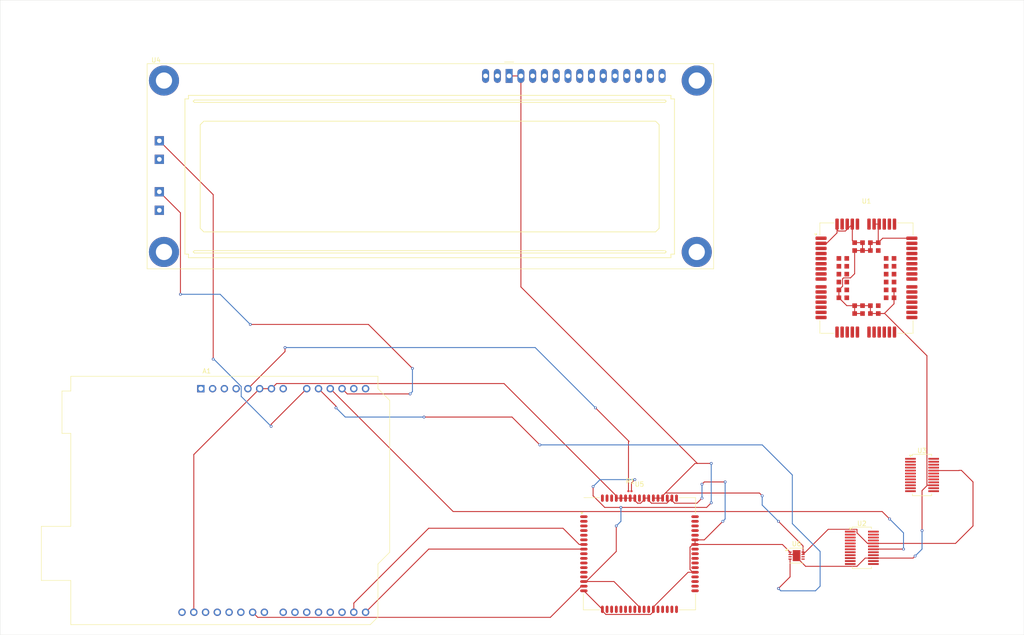
<source format=kicad_pcb>
(kicad_pcb (version 20241229) (generator "pcbnew") (generator_version "9.0")
  (layers (0 "F.Cu" signal) (2 "B.Cu" signal) (13 "F.Paste" user) (15 "B.Paste" user) (5 "F.SilkS" user "F.Silkscreen") (7 "B.SilkS" user "B.Silkscreen") (1 "F.Mask" user) (3 "B.Mask" user) (25 "Edge.Cuts" user))
  (net 0 "")
  (net 4 "Net-(A1-+5V)")
  (net 7 "Net-(A1-A2)")
  (net 8 "GND")
  (net 15 "Net-(A1-D0{slash}RX)")
  (net 18 "Net-(A1-A0)")
  (net 20 "Net-(A1-A1)")
  (net 25 "Net-(A1-A3)")
  (net 26 "Net-(A1-D9)")
  (net 27 "Net-(A1-D1{slash}TX)")
  (net 29 "VCC")
  (footprint "Module:Arduino_UNO_R2" (layer "F.Cu") (at 69.325 110.87)
    (property "Reference" "A1" (at 1.27 -3.81 180) (layer "F.SilkS"))
    (property "Value" "Arduino_UNO_R2")
    (pad "1" thru_hole rect (at 0 0 90) (size 1.6 1.6) (drill 1) (layers "*.Cu" "*.Mask"))
    (pad "2" thru_hole oval (at 2.54 0 90) (size 1.6 1.6) (drill 1) (layers "*.Cu" "*.Mask"))
    (pad "3" thru_hole oval (at 5.08 0 90) (size 1.6 1.6) (drill 1) (layers "*.Cu" "*.Mask"))
    (pad "4" thru_hole oval (at 7.62 0 90) (size 1.6 1.6) (drill 1) (layers "*.Cu" "*.Mask"))
    (pad "5" thru_hole oval (at 10.16 0 90) (size 1.6 1.6) (drill 1) (layers "*.Cu" "*.Mask") (net 4 "Net-(A1-+5V)"))
    (pad "6" thru_hole oval (at 12.7 0 90) (size 1.6 1.6) (drill 1) (layers "*.Cu" "*.Mask") (net 8 "GND"))
    (pad "7" thru_hole oval (at 15.24 0 90) (size 1.6 1.6) (drill 1) (layers "*.Cu" "*.Mask") (net 8 "GND"))
    (pad "8" thru_hole oval (at 17.78 0 90) (size 1.6 1.6) (drill 1) (layers "*.Cu" "*.Mask"))
    (pad "9" thru_hole oval (at 22.86 0 90) (size 1.6 1.6) (drill 1) (layers "*.Cu" "*.Mask") (net 18 "Net-(A1-A0)"))
    (pad "10" thru_hole oval (at 25.4 0 90) (size 1.6 1.6) (drill 1) (layers "*.Cu" "*.Mask") (net 20 "Net-(A1-A1)"))
    (pad "11" thru_hole oval (at 27.94 0 90) (size 1.6 1.6) (drill 1) (layers "*.Cu" "*.Mask") (net 7 "Net-(A1-A2)"))
    (pad "12" thru_hole oval (at 30.48 0 90) (size 1.6 1.6) (drill 1) (layers "*.Cu" "*.Mask") (net 25 "Net-(A1-A3)"))
    (pad "13" thru_hole oval (at 33.02 0 90) (size 1.6 1.6) (drill 1) (layers "*.Cu" "*.Mask"))
    (pad "14" thru_hole oval (at 35.56 0 90) (size 1.6 1.6) (drill 1) (layers "*.Cu" "*.Mask"))
    (pad "15" thru_hole oval (at 35.56 48.26 90) (size 1.6 1.6) (drill 1) (layers "*.Cu" "*.Mask") (net 15 "Net-(A1-D0{slash}RX)"))
    (pad "16" thru_hole oval (at 33.02 48.26 90) (size 1.6 1.6) (drill 1) (layers "*.Cu" "*.Mask") (net 27 "Net-(A1-D1{slash}TX)"))
    (pad "17" thru_hole oval (at 30.48 48.26 90) (size 1.6 1.6) (drill 1) (layers "*.Cu" "*.Mask"))
    (pad "18" thru_hole oval (at 27.94 48.26 90) (size 1.6 1.6) (drill 1) (layers "*.Cu" "*.Mask"))
    (pad "19" thru_hole oval (at 25.4 48.26 90) (size 1.6 1.6) (drill 1) (layers "*.Cu" "*.Mask"))
    (pad "20" thru_hole oval (at 22.86 48.26 90) (size 1.6 1.6) (drill 1) (layers "*.Cu" "*.Mask"))
    (pad "21" thru_hole oval (at 20.32 48.26 90) (size 1.6 1.6) (drill 1) (layers "*.Cu" "*.Mask"))
    (pad "22" thru_hole oval (at 17.78 48.26 90) (size 1.6 1.6) (drill 1) (layers "*.Cu" "*.Mask"))
    (pad "23" thru_hole oval (at 13.72 48.26 90) (size 1.6 1.6) (drill 1) (layers "*.Cu" "*.Mask"))
    (pad "24" thru_hole oval (at 11.18 48.26 90) (size 1.6 1.6) (drill 1) (layers "*.Cu" "*.Mask") (net 26 "Net-(A1-D9)"))
    (pad "25" thru_hole oval (at 8.64 48.26 90) (size 1.6 1.6) (drill 1) (layers "*.Cu" "*.Mask"))
    (pad "26" thru_hole oval (at 6.1 48.26 90) (size 1.6 1.6) (drill 1) (layers "*.Cu" "*.Mask"))
    (pad "27" thru_hole oval (at 3.56 48.26 90) (size 1.6 1.6) (drill 1) (layers "*.Cu" "*.Mask"))
    (pad "28" thru_hole oval (at 1.02 48.26 90) (size 1.6 1.6) (drill 1) (layers "*.Cu" "*.Mask"))
    (pad "29" thru_hole oval (at -1.52 48.26 90) (size 1.6 1.6) (drill 1) (layers "*.Cu" "*.Mask") (net 8 "GND"))
    (pad "30" thru_hole oval (at -4.06 48.26 90) (size 1.6 1.6) (drill 1) (layers "*.Cu" "*.Mask"))
  )
  (footprint "Display:LCD-016N002L" (layer "F.Cu") (at 135.87 43.3625)
    (property "Reference" "U4" (at -76.21 -3.41 180) (layer "F.SilkS"))
    (property "Value" "LCD-016N002L")
    (pad "" thru_hole circle (at -74.5 1 180) (size 6.5 6.5) (drill 3.5) (layers "*.Cu" "*.Mask"))
    (pad "" thru_hole circle (at -74.5 38 180) (size 6.5 6.5) (drill 3.5) (layers "*.Cu" "*.Mask"))
    (pad "" thru_hole circle (at 40.5 1 180) (size 6.5 6.5) (drill 3.5) (layers "*.Cu" "*.Mask"))
    (pad "" thru_hole circle (at 40.5 38 180) (size 6.5 6.5) (drill 3.5) (layers "*.Cu" "*.Mask"))
    (pad "1" thru_hole rect (at 0 0 180) (size 1.5 3) (drill 1) (layers "*.Cu" "*.Mask") (net 29 "VCC"))
    (pad "2" thru_hole oval (at 2.54 0 180) (size 1.5 3) (drill 1) (layers "*.Cu" "*.Mask") (net 29 "VCC"))
    (pad "3" thru_hole oval (at 5.08 0 180) (size 1.5 3) (drill 1) (layers "*.Cu" "*.Mask"))
    (pad "4" thru_hole oval (at 7.62 0 180) (size 1.5 3) (drill 1) (layers "*.Cu" "*.Mask"))
    (pad "5" thru_hole oval (at 10.16 0 180) (size 1.5 3) (drill 1) (layers "*.Cu" "*.Mask"))
    (pad "6" thru_hole oval (at 12.7 0 180) (size 1.5 3) (drill 1) (layers "*.Cu" "*.Mask"))
    (pad "7" thru_hole oval (at 15.24 0 180) (size 1.5 3) (drill 1) (layers "*.Cu" "*.Mask"))
    (pad "8" thru_hole oval (at 17.78 0 180) (size 1.5 3) (drill 1) (layers "*.Cu" "*.Mask"))
    (pad "9" thru_hole oval (at 20.32 0 180) (size 1.5 3) (drill 1) (layers "*.Cu" "*.Mask"))
    (pad "10" thru_hole oval (at 22.86 0 180) (size 1.5 3) (drill 1) (layers "*.Cu" "*.Mask"))
    (pad "11" thru_hole oval (at 25.4 0 180) (size 1.5 3) (drill 1) (layers "*.Cu" "*.Mask"))
    (pad "12" thru_hole oval (at 27.94 0 180) (size 1.5 3) (drill 1) (layers "*.Cu" "*.Mask"))
    (pad "13" thru_hole oval (at 30.48 0 180) (size 1.5 3) (drill 1) (layers "*.Cu" "*.Mask"))
    (pad "14" thru_hole oval (at 33.02 0 180) (size 1.5 3) (drill 1) (layers "*.Cu" "*.Mask"))
    (pad "15" thru_hole oval (at -2.54 0 180) (size 1.5 3) (drill 1) (layers "*.Cu" "*.Mask"))
    (pad "16" thru_hole oval (at -5.08 0 180) (size 1.5 3) (drill 1) (layers "*.Cu" "*.Mask"))
    (pad "A1" thru_hole rect (at -75.5 14 180) (size 2 2) (drill 1) (layers "*.Cu" "*.Mask") (net 18 "Net-(A1-A0)"))
    (pad "A2" thru_hole rect (at -75.5 25 180) (size 2 2) (drill 1) (layers "*.Cu" "*.Mask") (net 25 "Net-(A1-A3)"))
    (pad "K1" thru_hole rect (at -75.5 18 180) (size 2 2) (drill 1) (layers "*.Cu" "*.Mask"))
    (pad "K2" thru_hole rect (at -75.5 29 180) (size 2 2) (drill 1) (layers "*.Cu" "*.Mask"))
  )
  (footprint "Resistor_SMD:R_0201_0603Metric" (layer "F.Cu") (at 161.95 133)
    (property "Reference" "R1" (at 0.05 -2.1575 0) (layer "F.SilkS"))
    (property "Value" "R")
    (pad "1" smd roundrect (at -0.32 0) (size 0.46 0.4) (layers "F.Cu" "F.Mask") (net 4 "Net-(A1-+5V)"))
    (pad "2" smd roundrect (at 0.32 0) (size 0.46 0.4) (layers "F.Cu" "F.Mask") (net 29 "VCC"))
  )
  (footprint "Sensor_Current:Allegro_QSOP-24_3.9x8.7mm_P0.635mm" (layer "F.Cu") (at 225 129.5)
    (property "Reference" "U3" (at 0 -5.25 0) (layer "F.SilkS"))
    (property "Value" "ACS709xLFTR-6BB")
    (pad "1" smd rect (at -2.5 -3.4925) (size 2.3 0.4) (layers "F.Cu" "F.Mask" "F.Paste"))
    (pad "2" smd rect (at -2.5 -2.8575) (size 2.3 0.4) (layers "F.Cu" "F.Mask" "F.Paste"))
    (pad "3" smd rect (at -2.5 -2.2225) (size 2.3 0.4) (layers "F.Cu" "F.Mask" "F.Paste"))
    (pad "4" smd rect (at -2.5 -1.5875) (size 2.3 0.4) (layers "F.Cu" "F.Mask" "F.Paste"))
    (pad "5" smd rect (at -2.5 -0.9525) (size 2.3 0.4) (layers "F.Cu" "F.Mask" "F.Paste"))
    (pad "6" smd rect (at -2.5 -0.3175) (size 2.3 0.4) (layers "F.Cu" "F.Mask" "F.Paste"))
    (pad "7" smd rect (at -2.5 0.3175) (size 2.3 0.4) (layers "F.Cu" "F.Mask" "F.Paste"))
    (pad "8" smd rect (at -2.5 0.9525) (size 2.3 0.4) (layers "F.Cu" "F.Mask" "F.Paste"))
    (pad "9" smd rect (at -2.5 1.5875) (size 2.3 0.4) (layers "F.Cu" "F.Mask" "F.Paste"))
    (pad "10" smd rect (at -2.5 2.2225) (size 2.3 0.4) (layers "F.Cu" "F.Mask" "F.Paste"))
    (pad "11" smd rect (at -2.5 2.8575) (size 2.3 0.4) (layers "F.Cu" "F.Mask" "F.Paste"))
    (pad "12" smd rect (at -2.5 3.4925) (size 2.3 0.4) (layers "F.Cu" "F.Mask" "F.Paste"))
    (pad "13" smd rect (at 2.5 3.4925) (size 2.3 0.4) (layers "F.Cu" "F.Mask" "F.Paste"))
    (pad "14" smd rect (at 2.5 2.8575) (size 2.3 0.4) (layers "F.Cu" "F.Mask" "F.Paste"))
    (pad "15" smd rect (at 2.5 2.2225) (size 2.3 0.4) (layers "F.Cu" "F.Mask" "F.Paste") (net 8 "GND"))
    (pad "16" smd rect (at 2.5 1.5875) (size 2.3 0.4) (layers "F.Cu" "F.Mask" "F.Paste"))
    (pad "17" smd rect (at 2.5 0.9525) (size 2.3 0.4) (layers "F.Cu" "F.Mask" "F.Paste"))
    (pad "18" smd rect (at 2.5 0.3175) (size 2.3 0.4) (layers "F.Cu" "F.Mask" "F.Paste"))
    (pad "19" smd rect (at 2.5 -0.3175) (size 2.3 0.4) (layers "F.Cu" "F.Mask" "F.Paste"))
    (pad "20" smd rect (at 2.5 -0.9525) (size 2.3 0.4) (layers "F.Cu" "F.Mask" "F.Paste") (net 29 "VCC"))
    (pad "21" smd rect (at 2.5 -1.5875) (size 2.3 0.4) (layers "F.Cu" "F.Mask" "F.Paste"))
    (pad "22" smd rect (at 2.5 -2.2225) (size 2.3 0.4) (layers "F.Cu" "F.Mask" "F.Paste"))
    (pad "23" smd rect (at 2.5 -2.8575) (size 2.3 0.4) (layers "F.Cu" "F.Mask" "F.Paste"))
    (pad "24" smd rect (at 2.5 -3.4925) (size 2.3 0.4) (layers "F.Cu" "F.Mask" "F.Paste"))
  )
  (footprint "RF_GSM:SIMCom_SIM900" (layer "F.Cu") (at 164 146.5)
    (property "Reference" "U5" (at 0 -15 0) (layer "F.SilkS"))
    (property "Value" "SIM900")
    (pad "1" smd oval (at -12 -8) (size 1.6 0.6) (layers "F.Cu" "F.Mask" "F.Paste"))
    (pad "2" smd oval (at -12 -7) (size 1.6 0.6) (layers "F.Cu" "F.Mask" "F.Paste"))
    (pad "3" smd oval (at -12 -6) (size 1.6 0.6) (layers "F.Cu" "F.Mask" "F.Paste"))
    (pad "4" smd oval (at -12 -5) (size 1.6 0.6) (layers "F.Cu" "F.Mask" "F.Paste"))
    (pad "5" smd oval (at -12 -4) (size 1.6 0.6) (layers "F.Cu" "F.Mask" "F.Paste"))
    (pad "6" smd oval (at -12 -3) (size 1.6 0.6) (layers "F.Cu" "F.Mask" "F.Paste"))
    (pad "7" smd oval (at -12 -2) (size 1.6 0.6) (layers "F.Cu" "F.Mask" "F.Paste") (net 27 "Net-(A1-D1{slash}TX)"))
    (pad "8" smd oval (at -12 -1) (size 1.6 0.6) (layers "F.Cu" "F.Mask" "F.Paste") (net 15 "Net-(A1-D0{slash}RX)"))
    (pad "9" smd oval (at -12 0) (size 1.6 0.6) (layers "F.Cu" "F.Mask" "F.Paste"))
    (pad "10" smd oval (at -12 1) (size 1.6 0.6) (layers "F.Cu" "F.Mask" "F.Paste"))
    (pad "11" smd oval (at -12 2) (size 1.6 0.6) (layers "F.Cu" "F.Mask" "F.Paste"))
    (pad "12" smd oval (at -12 3) (size 1.6 0.6) (layers "F.Cu" "F.Mask" "F.Paste"))
    (pad "13" smd oval (at -12 4) (size 1.6 0.6) (layers "F.Cu" "F.Mask" "F.Paste"))
    (pad "14" smd oval (at -12 5) (size 1.6 0.6) (layers "F.Cu" "F.Mask" "F.Paste"))
    (pad "15" smd oval (at -12 6) (size 1.6 0.6) (layers "F.Cu" "F.Mask" "F.Paste") (net 29 "VCC"))
    (pad "16" smd oval (at -12 7) (size 1.6 0.6) (layers "F.Cu" "F.Mask" "F.Paste") (net 26 "Net-(A1-D9)"))
    (pad "17" smd oval (at -12 8) (size 1.6 0.6) (layers "F.Cu" "F.Mask" "F.Paste") (net 8 "GND"))
    (pad "18" smd oval (at -8 12) (size 0.6 1.6) (layers "F.Cu" "F.Mask" "F.Paste") (net 8 "GND"))
    (pad "19" smd oval (at -7 12) (size 0.6 1.6) (layers "F.Cu" "F.Mask" "F.Paste"))
    (pad "20" smd oval (at -6 12) (size 0.6 1.6) (layers "F.Cu" "F.Mask" "F.Paste"))
    (pad "21" smd oval (at -5 12) (size 0.6 1.6) (layers "F.Cu" "F.Mask" "F.Paste"))
    (pad "22" smd oval (at -4 12) (size 0.6 1.6) (layers "F.Cu" "F.Mask" "F.Paste"))
    (pad "23" smd oval (at -3 12) (size 0.6 1.6) (layers "F.Cu" "F.Mask" "F.Paste"))
    (pad "24" smd oval (at -2 12) (size 0.6 1.6) (layers "F.Cu" "F.Mask" "F.Paste"))
    (pad "25" smd oval (at -1 12) (size 0.6 1.6) (layers "F.Cu" "F.Mask" "F.Paste"))
    (pad "26" smd oval (at 0 12) (size 0.6 1.6) (layers "F.Cu" "F.Mask" "F.Paste") (net 29 "VCC"))
    (pad "27" smd oval (at 1 12) (size 0.6 1.6) (layers "F.Cu" "F.Mask" "F.Paste"))
    (pad "28" smd oval (at 2 12) (size 0.6 1.6) (layers "F.Cu" "F.Mask" "F.Paste"))
    (pad "29" smd oval (at 3 12) (size 0.6 1.6) (layers "F.Cu" "F.Mask" "F.Paste") (net 8 "GND"))
    (pad "30" smd oval (at 4 12) (size 0.6 1.6) (layers "F.Cu" "F.Mask" "F.Paste"))
    (pad "31" smd oval (at 5 12) (size 0.6 1.6) (layers "F.Cu" "F.Mask" "F.Paste"))
    (pad "32" smd oval (at 6 12) (size 0.6 1.6) (layers "F.Cu" "F.Mask" "F.Paste"))
    (pad "33" smd oval (at 7 12) (size 0.6 1.6) (layers "F.Cu" "F.Mask" "F.Paste"))
    (pad "34" smd oval (at 8 12) (size 0.6 1.6) (layers "F.Cu" "F.Mask" "F.Paste"))
    (pad "35" smd oval (at 12 8) (size 1.6 0.6) (layers "F.Cu" "F.Mask" "F.Paste"))
    (pad "36" smd oval (at 12 7) (size 1.6 0.6) (layers "F.Cu" "F.Mask" "F.Paste"))
    (pad "37" smd oval (at 12 6) (size 1.6 0.6) (layers "F.Cu" "F.Mask" "F.Paste"))
    (pad "38" smd oval (at 12 5) (size 1.6 0.6) (layers "F.Cu" "F.Mask" "F.Paste"))
    (pad "39" smd oval (at 12 4) (size 1.6 0.6) (layers "F.Cu" "F.Mask" "F.Paste") (net 8 "GND"))
    (pad "40" smd oval (at 12 3) (size 1.6 0.6) (layers "F.Cu" "F.Mask" "F.Paste"))
    (pad "41" smd oval (at 12 2) (size 1.6 0.6) (layers "F.Cu" "F.Mask" "F.Paste"))
    (pad "42" smd oval (at 12 1) (size 1.6 0.6) (layers "F.Cu" "F.Mask" "F.Paste"))
    (pad "43" smd oval (at 12 0) (size 1.6 0.6) (layers "F.Cu" "F.Mask" "F.Paste"))
    (pad "44" smd oval (at 12 -1) (size 1.6 0.6) (layers "F.Cu" "F.Mask" "F.Paste"))
    (pad "45" smd oval (at 12 -2) (size 1.6 0.6) (layers "F.Cu" "F.Mask" "F.Paste") (net 8 "GND"))
    (pad "46" smd oval (at 12 -3) (size 1.6 0.6) (layers "F.Cu" "F.Mask" "F.Paste") (net 8 "GND"))
    (pad "47" smd oval (at 12 -4) (size 1.6 0.6) (layers "F.Cu" "F.Mask" "F.Paste"))
    (pad "48" smd oval (at 12 -5) (size 1.6 0.6) (layers "F.Cu" "F.Mask" "F.Paste"))
    (pad "49" smd oval (at 12 -6) (size 1.6 0.6) (layers "F.Cu" "F.Mask" "F.Paste"))
    (pad "50" smd oval (at 12 -7) (size 1.6 0.6) (layers "F.Cu" "F.Mask" "F.Paste"))
    (pad "51" smd oval (at 12 -8) (size 1.6 0.6) (layers "F.Cu" "F.Mask" "F.Paste"))
    (pad "52" smd oval (at 8 -12) (size 0.6 1.6) (layers "F.Cu" "F.Mask" "F.Paste"))
    (pad "53" smd oval (at 7 -12) (size 0.6 1.6) (layers "F.Cu" "F.Mask" "F.Paste") (net 8 "GND"))
    (pad "54" smd oval (at 6 -12) (size 0.6 1.6) (layers "F.Cu" "F.Mask" "F.Paste") (net 8 "GND"))
    (pad "55" smd oval (at 5 -12) (size 0.6 1.6) (layers "F.Cu" "F.Mask" "F.Paste") (net 29 "VCC"))
    (pad "56" smd oval (at 4 -12) (size 0.6 1.6) (layers "F.Cu" "F.Mask" "F.Paste") (net 29 "VCC"))
    (pad "57" smd oval (at 3 -12) (size 0.6 1.6) (layers "F.Cu" "F.Mask" "F.Paste") (net 29 "VCC"))
    (pad "58" smd oval (at 2 -12) (size 0.6 1.6) (layers "F.Cu" "F.Mask" "F.Paste") (net 8 "GND"))
    (pad "59" smd oval (at 1 -12) (size 0.6 1.6) (layers "F.Cu" "F.Mask" "F.Paste") (net 8 "GND"))
    (pad "60" smd oval (at 0 -12) (size 0.6 1.6) (layers "F.Cu" "F.Mask" "F.Paste"))
    (pad "61" smd oval (at -1 -12) (size 0.6 1.6) (layers "F.Cu" "F.Mask" "F.Paste") (net 8 "GND"))
    (pad "62" smd oval (at -2 -12) (size 0.6 1.6) (layers "F.Cu" "F.Mask" "F.Paste") (net 8 "GND"))
    (pad "63" smd oval (at -3 -12) (size 0.6 1.6) (layers "F.Cu" "F.Mask" "F.Paste") (net 8 "GND"))
    (pad "64" smd oval (at -4 -12) (size 0.6 1.6) (layers "F.Cu" "F.Mask" "F.Paste") (net 8 "GND"))
    (pad "65" smd oval (at -5 -12) (size 0.6 1.6) (layers "F.Cu" "F.Mask" "F.Paste") (net 8 "GND"))
    (pad "66" smd oval (at -6 -12) (size 0.6 1.6) (layers "F.Cu" "F.Mask" "F.Paste"))
    (pad "67" smd oval (at -7 -12) (size 0.6 1.6) (layers "F.Cu" "F.Mask" "F.Paste"))
    (pad "68" smd oval (at -8 -12) (size 0.6 1.6) (layers "F.Cu" "F.Mask" "F.Paste"))
  )
  (footprint "Package_DFN_QFN:DFN-8-1EP_3x3mm_P0.5mm_EP1.66x2.38mm" (layer "F.Cu") (at 197.915 146.905)
    (property "Reference" "U6" (at 0 -2.55 0) (layer "F.SilkS"))
    (property "Value" "LT3092xDD")
    (pad "1" smd rect (at -1.4 -0.75) (size 0.7 0.25) (layers "F.Cu" "F.Mask" "F.Paste") (net 8 "GND"))
    (pad "2" smd rect (at -1.4 -0.25) (size 0.7 0.25) (layers "F.Cu" "F.Mask" "F.Paste") (net 8 "GND"))
    (pad "3" smd rect (at -1.4 0.25) (size 0.7 0.25) (layers "F.Cu" "F.Mask" "F.Paste"))
    (pad "4" smd rect (at -1.4 0.75) (size 0.7 0.25) (layers "F.Cu" "F.Mask" "F.Paste") (net 20 "Net-(A1-A1)"))
    (pad "5" smd rect (at 1.4 0.75) (size 0.7 0.25) (layers "F.Cu" "F.Mask" "F.Paste"))
    (pad "6" smd rect (at 1.4 0.25) (size 0.7 0.25) (layers "F.Cu" "F.Mask" "F.Paste"))
    (pad "7" smd rect (at 1.4 -0.25) (size 0.7 0.25) (layers "F.Cu" "F.Mask" "F.Paste") (net 29 "VCC"))
    (pad "8" smd rect (at 1.4 -0.75) (size 0.7 0.25) (layers "F.Cu" "F.Mask" "F.Paste") (net 29 "VCC"))
    (pad "9" smd rect (at 0 0) (size 1.66 2.38) (layers "F.Cu" "F.Mask") (net 8 "GND"))
  )
  (footprint "Sensor_Current:Allegro_QSOP-24_3.9x8.7mm_P0.635mm" (layer "F.Cu") (at 212 145.2225)
    (property "Reference" "U2" (at 0 -5.25 0) (layer "F.SilkS"))
    (property "Value" "ACS709xLFTR-6BB")
    (pad "1" smd rect (at -2.5 -3.4925) (size 2.3 0.4) (layers "F.Cu" "F.Mask" "F.Paste"))
    (pad "2" smd rect (at -2.5 -2.8575) (size 2.3 0.4) (layers "F.Cu" "F.Mask" "F.Paste"))
    (pad "3" smd rect (at -2.5 -2.2225) (size 2.3 0.4) (layers "F.Cu" "F.Mask" "F.Paste"))
    (pad "4" smd rect (at -2.5 -1.5875) (size 2.3 0.4) (layers "F.Cu" "F.Mask" "F.Paste"))
    (pad "5" smd rect (at -2.5 -0.9525) (size 2.3 0.4) (layers "F.Cu" "F.Mask" "F.Paste"))
    (pad "6" smd rect (at -2.5 -0.3175) (size 2.3 0.4) (layers "F.Cu" "F.Mask" "F.Paste"))
    (pad "7" smd rect (at -2.5 0.3175) (size 2.3 0.4) (layers "F.Cu" "F.Mask" "F.Paste"))
    (pad "8" smd rect (at -2.5 0.9525) (size 2.3 0.4) (layers "F.Cu" "F.Mask" "F.Paste"))
    (pad "9" smd rect (at -2.5 1.5875) (size 2.3 0.4) (layers "F.Cu" "F.Mask" "F.Paste"))
    (pad "10" smd rect (at -2.5 2.2225) (size 2.3 0.4) (layers "F.Cu" "F.Mask" "F.Paste"))
    (pad "11" smd rect (at -2.5 2.8575) (size 2.3 0.4) (layers "F.Cu" "F.Mask" "F.Paste"))
    (pad "12" smd rect (at -2.5 3.4925) (size 2.3 0.4) (layers "F.Cu" "F.Mask" "F.Paste"))
    (pad "13" smd rect (at 2.5 3.4925) (size 2.3 0.4) (layers "F.Cu" "F.Mask" "F.Paste"))
    (pad "14" smd rect (at 2.5 2.8575) (size 2.3 0.4) (layers "F.Cu" "F.Mask" "F.Paste"))
    (pad "15" smd rect (at 2.5 2.2225) (size 2.3 0.4) (layers "F.Cu" "F.Mask" "F.Paste") (net 8 "GND"))
    (pad "16" smd rect (at 2.5 1.5875) (size 2.3 0.4) (layers "F.Cu" "F.Mask" "F.Paste"))
    (pad "17" smd rect (at 2.5 0.9525) (size 2.3 0.4) (layers "F.Cu" "F.Mask" "F.Paste"))
    (pad "18" smd rect (at 2.5 0.3175) (size 2.3 0.4) (layers "F.Cu" "F.Mask" "F.Paste") (net 7 "Net-(A1-A2)"))
    (pad "19" smd rect (at 2.5 -0.3175) (size 2.3 0.4) (layers "F.Cu" "F.Mask" "F.Paste"))
    (pad "20" smd rect (at 2.5 -0.9525) (size 2.3 0.4) (layers "F.Cu" "F.Mask" "F.Paste") (net 29 "VCC"))
    (pad "21" smd rect (at 2.5 -1.5875) (size 2.3 0.4) (layers "F.Cu" "F.Mask" "F.Paste"))
    (pad "22" smd rect (at 2.5 -2.2225) (size 2.3 0.4) (layers "F.Cu" "F.Mask" "F.Paste"))
    (pad "23" smd rect (at 2.5 -2.8575) (size 2.3 0.4) (layers "F.Cu" "F.Mask" "F.Paste"))
    (pad "24" smd rect (at 2.5 -3.4925) (size 2.3 0.4) (layers "F.Cu" "F.Mask" "F.Paste"))
  )
  (footprint "RF_GSM:Quectel_BC95" (layer "F.Cu") (at 213 87)
    (property "Reference" "U1" (at 0 -16.6 0) (layer "F.SilkS"))
    (property "Value" "BC95")
    (pad "1" smd roundrect (at -9.8 -8.6) (size 2.4 0.75) (layers "F.Cu" "F.Mask"))
    (pad "2" smd roundrect (at -9.8 -7.5) (size 2.4 0.75) (layers "F.Cu" "F.Mask") (net 8 "GND"))
    (pad "3" smd roundrect (at -9.8 -6.4) (size 2.4 0.75) (layers "F.Cu" "F.Mask"))
    (pad "4" smd roundrect (at -9.8 -5.3) (size 2.4 0.75) (layers "F.Cu" "F.Mask"))
    (pad "5" smd roundrect (at -9.8 -4.2) (size 2.4 0.75) (layers "F.Cu" "F.Mask"))
    (pad "6" smd roundrect (at -9.8 -3.1) (size 2.4 0.75) (layers "F.Cu" "F.Mask"))
    (pad "7" smd roundrect (at -9.8 -2) (size 2.4 0.75) (layers "F.Cu" "F.Mask"))
    (pad "8" smd roundrect (at -9.8 -0.9) (size 2.4 0.75) (layers "F.Cu" "F.Mask"))
    (pad "9" smd roundrect (at -9.8 0.2) (size 2.4 0.75) (layers "F.Cu" "F.Mask"))
    (pad "10" smd roundrect (at -9.8 1.9) (size 2.4 0.75) (layers "F.Cu" "F.Mask"))
    (pad "11" smd roundrect (at -9.8 3) (size 2.4 0.75) (layers "F.Cu" "F.Mask"))
    (pad "12" smd roundrect (at -9.8 4.1) (size 2.4 0.75) (layers "F.Cu" "F.Mask"))
    (pad "13" smd roundrect (at -9.8 5.2) (size 2.4 0.75) (layers "F.Cu" "F.Mask"))
    (pad "14" smd roundrect (at -9.8 6.3) (size 2.4 0.75) (layers "F.Cu" "F.Mask"))
    (pad "15" smd roundrect (at -9.8 7.4) (size 2.4 0.75) (layers "F.Cu" "F.Mask"))
    (pad "16" smd roundrect (at -9.8 8.5) (size 2.4 0.75) (layers "F.Cu" "F.Mask"))
    (pad "17" smd roundrect (at -6.35 11.65) (size 0.75 2.4) (layers "F.Cu" "F.Mask"))
    (pad "18" smd roundrect (at -5.25 11.65) (size 0.75 2.4) (layers "F.Cu" "F.Mask"))
    (pad "19" smd roundrect (at -4.15 11.65) (size 0.75 2.4) (layers "F.Cu" "F.Mask"))
    (pad "20" smd roundrect (at -3.05 11.65) (size 0.75 2.4) (layers "F.Cu" "F.Mask"))
    (pad "21" smd roundrect (at -1.95 11.65) (size 0.75 2.4) (layers "F.Cu" "F.Mask"))
    (pad "22" smd roundrect (at 0.55 11.65) (size 0.75 2.4) (layers "F.Cu" "F.Mask"))
    (pad "23" smd roundrect (at 1.65 11.65) (size 0.75 2.4) (layers "F.Cu" "F.Mask"))
    (pad "24" smd roundrect (at 2.75 11.65) (size 0.75 2.4) (layers "F.Cu" "F.Mask"))
    (pad "25" smd roundrect (at 3.85 11.65) (size 0.75 2.4) (layers "F.Cu" "F.Mask"))
    (pad "26" smd roundrect (at 4.95 11.65) (size 0.75 2.4) (layers "F.Cu" "F.Mask"))
    (pad "27" smd roundrect (at 6.05 11.65) (size 0.75 2.4) (layers "F.Cu" "F.Mask"))
    (pad "28" smd roundrect (at 9.8 8.5) (size 2.4 0.75) (layers "F.Cu" "F.Mask"))
    (pad "29" smd roundrect (at 9.8 7.4) (size 2.4 0.75) (layers "F.Cu" "F.Mask"))
    (pad "30" smd roundrect (at 9.8 6.3) (size 2.4 0.75) (layers "F.Cu" "F.Mask"))
    (pad "31" smd roundrect (at 9.8 5.2) (size 2.4 0.75) (layers "F.Cu" "F.Mask"))
    (pad "32" smd roundrect (at 9.8 4.1) (size 2.4 0.75) (layers "F.Cu" "F.Mask"))
    (pad "33" smd roundrect (at 9.8 3) (size 2.4 0.75) (layers "F.Cu" "F.Mask"))
    (pad "34" smd roundrect (at 9.8 1.9) (size 2.4 0.75) (layers "F.Cu" "F.Mask"))
    (pad "35" smd roundrect (at 9.8 0.2) (size 2.4 0.75) (layers "F.Cu" "F.Mask"))
    (pad "36" smd roundrect (at 9.8 -0.9) (size 2.4 0.75) (layers "F.Cu" "F.Mask"))
    (pad "37" smd roundrect (at 9.8 -2) (size 2.4 0.75) (layers "F.Cu" "F.Mask"))
    (pad "38" smd roundrect (at 9.8 -3.1) (size 2.4 0.75) (layers "F.Cu" "F.Mask"))
    (pad "39" smd roundrect (at 9.8 -4.2) (size 2.4 0.75) (layers "F.Cu" "F.Mask"))
    (pad "40" smd roundrect (at 9.8 -5.3) (size 2.4 0.75) (layers "F.Cu" "F.Mask"))
    (pad "41" smd roundrect (at 9.8 -6.4) (size 2.4 0.75) (layers "F.Cu" "F.Mask"))
    (pad "42" smd roundrect (at 9.8 -7.5) (size 2.4 0.75) (layers "F.Cu" "F.Mask"))
    (pad "43" smd roundrect (at 9.8 -8.6) (size 2.4 0.75) (layers "F.Cu" "F.Mask") (net 8 "GND"))
    (pad "44" smd roundrect (at 6.05 -11.65) (size 0.75 2.4) (layers "F.Cu" "F.Mask"))
    (pad "45" smd roundrect (at 4.95 -11.65) (size 0.75 2.4) (layers "F.Cu" "F.Mask"))
    (pad "46" smd roundrect (at 3.85 -11.65) (size 0.75 2.4) (layers "F.Cu" "F.Mask"))
    (pad "47" smd roundrect (at 2.75 -11.65) (size 0.75 2.4) (layers "F.Cu" "F.Mask") (net 8 "GND"))
    (pad "48" smd roundrect (at 1.65 -11.65) (size 0.75 2.4) (layers "F.Cu" "F.Mask") (net 8 "GND"))
    (pad "49" smd roundrect (at 0.55 -11.65) (size 0.75 2.4) (layers "F.Cu" "F.Mask"))
    (pad "50" smd roundrect (at -1.95 -11.65) (size 0.75 2.4) (layers "F.Cu" "F.Mask"))
    (pad "51" smd roundrect (at -3.05 -11.65) (size 0.75 2.4) (layers "F.Cu" "F.Mask") (net 8 "GND"))
    (pad "52" smd roundrect (at -4.15 -11.65) (size 0.75 2.4) (layers "F.Cu" "F.Mask") (net 8 "GND"))
    (pad "53" smd roundrect (at -5.25 -11.65) (size 0.75 2.4) (layers "F.Cu" "F.Mask"))
    (pad "54" smd roundrect (at -6.35 -11.65) (size 0.75 2.4) (layers "F.Cu" "F.Mask") (net 8 "GND"))
    (pad "55" smd rect (at -5.95 -4.25) (size 1 1) (layers "F.Cu" "F.Mask"))
    (pad "56" smd rect (at -5.95 -2.55) (size 1 1) (layers "F.Cu" "F.Mask"))
    (pad "57" smd rect (at -5.95 -0.85) (size 1 1) (layers "F.Cu" "F.Mask"))
    (pad "58" smd rect (at -5.95 0.85) (size 1 1) (layers "F.Cu" "F.Mask"))
    (pad "59" smd rect (at -5.95 2.55) (size 1 1) (layers "F.Cu" "F.Mask") (net 8 "GND"))
    (pad "60" smd rect (at -5.95 4.25) (size 1 1) (layers "F.Cu" "F.Mask") (net 8 "GND"))
    (pad "61" smd rect (at -2.55 7.65) (size 1 1) (layers "F.Cu" "F.Mask") (net 8 "GND"))
    (pad "62" smd rect (at -0.85 7.65) (size 1 1) (layers "F.Cu" "F.Mask") (net 8 "GND"))
    (pad "63" smd rect (at 0.85 7.65) (size 1 1) (layers "F.Cu" "F.Mask") (net 8 "GND"))
    (pad "64" smd rect (at 2.55 7.65) (size 1 1) (layers "F.Cu" "F.Mask") (net 8 "GND"))
    (pad "65" smd rect (at 5.95 4.25) (size 1 1) (layers "F.Cu" "F.Mask") (net 8 "GND"))
    (pad "66" smd rect (at 5.95 2.55) (size 1 1) (layers "F.Cu" "F.Mask") (net 8 "GND"))
    (pad "67" smd rect (at 5.95 0.85) (size 1 1) (layers "F.Cu" "F.Mask"))
    (pad "68" smd rect (at 5.95 -0.85) (size 1 1) (layers "F.Cu" "F.Mask"))
    (pad "69" smd rect (at 5.95 -2.55) (size 1 1) (layers "F.Cu" "F.Mask"))
    (pad "70" smd rect (at 5.95 -4.25) (size 1 1) (layers "F.Cu" "F.Mask"))
    (pad "71" smd rect (at 2.55 -7.65) (size 1 1) (layers "F.Cu" "F.Mask") (net 8 "GND"))
    (pad "72" smd rect (at 0.85 -7.65) (size 1 1) (layers "F.Cu" "F.Mask") (net 8 "GND"))
    (pad "73" smd rect (at -0.85 -7.65) (size 1 1) (layers "F.Cu" "F.Mask") (net 8 "GND"))
    (pad "74" smd rect (at -2.55 -7.65) (size 1 1) (layers "F.Cu" "F.Mask") (net 8 "GND"))
    (pad "75" smd rect (at -4.25 -4.25) (size 1 1) (layers "F.Cu" "F.Mask"))
    (pad "76" smd rect (at -4.25 -2.55) (size 1 1) (layers "F.Cu" "F.Mask"))
    (pad "77" smd rect (at -4.25 -0.85) (size 1 1) (layers "F.Cu" "F.Mask"))
    (pad "78" smd rect (at -4.25 0.85) (size 1 1) (layers "F.Cu" "F.Mask"))
    (pad "79" smd rect (at -4.25 2.55) (size 1 1) (layers "F.Cu" "F.Mask"))
    (pad "80" smd rect (at -4.25 4.25) (size 1 1) (layers "F.Cu" "F.Mask"))
    (pad "81" smd rect (at -2.55 5.95) (size 1 1) (layers "F.Cu" "F.Mask") (net 8 "GND"))
    (pad "82" smd rect (at -0.85 5.95) (size 1 1) (layers "F.Cu" "F.Mask") (net 8 "GND"))
    (pad "83" smd rect (at 0.85 5.95) (size 1 1) (layers "F.Cu" "F.Mask") (net 8 "GND"))
    (pad "84" smd rect (at 2.55 5.95) (size 1 1) (layers "F.Cu" "F.Mask"))
    (pad "85" smd rect (at 4.25 4.25) (size 1 1) (layers "F.Cu" "F.Mask"))
    (pad "86" smd rect (at 4.25 2.55) (size 1 1) (layers "F.Cu" "F.Mask"))
    (pad "87" smd rect (at 4.25 0.85) (size 1 1) (layers "F.Cu" "F.Mask"))
    (pad "88" smd rect (at 4.25 -0.85) (size 1 1) (layers "F.Cu" "F.Mask"))
    (pad "89" smd rect (at 4.25 -2.55) (size 1 1) (layers "F.Cu" "F.Mask"))
    (pad "90" smd rect (at 4.25 -4.25) (size 1 1) (layers "F.Cu" "F.Mask"))
    (pad "91" smd rect (at 2.55 -5.95) (size 1 1) (layers "F.Cu" "F.Mask"))
    (pad "92" smd rect (at 0.85 -5.95) (size 1 1) (layers "F.Cu" "F.Mask") (net 8 "GND"))
    (pad "93" smd rect (at -0.85 -5.95) (size 1 1) (layers "F.Cu" "F.Mask") (net 8 "GND"))
    (pad "94" smd rect (at -2.55 -5.95) (size 1 1) (layers "F.Cu" "F.Mask") (net 8 "GND"))
  )
  (gr_rect (start 26 27) (end 247 164) (stroke (width 0.05)) (fill no) (layer "Edge.Cuts"))
  (segment (start 79.485 110.87) (end 87.5 102.855) (width 0.2) (layer "F.Cu") (net 4))
  (segment (start 161.63 122.372116) (end 161.751058 122.251058) (width 0.2) (layer "F.Cu") (net 4))
  (segment (start 154.5 115) (end 161.751058 122.251058) (width 0.2) (layer "F.Cu") (net 4))
  (segment (start 87.5 102.855) (end 87.5 102) (width 0.2) (layer "F.Cu") (net 4))
  (segment (start 161.63 133) (end 161.63 122.372116) (width 0.2) (layer "F.Cu") (net 4))
  (via (at 87.5 102) (size 0.6) (drill 0.3) (layers "F.Cu" "B.Cu") (net 4))
  (via (at 154.5 115) (size 0.6) (drill 0.3) (layers "F.Cu" "B.Cu") (net 4))
  (segment (start 141.5 102) (end 154.5 115) (width 0.2) (layer "B.Cu") (net 4))
  (segment (start 87.5 102) (end 141.5 102) (width 0.2) (layer "B.Cu") (net 4))
  (segment (start 123.789185 137.394185) (end 97.265 110.87) (width 0.2) (layer "F.Cu") (net 7))
  (segment (start 214.5 145.54) (end 214.54 145.5) (width 0.2) (layer "F.Cu") (net 7))
  (segment (start 218 139) (end 216.394185 137.394185) (width 0.2) (layer "F.Cu") (net 7))
  (segment (start 216.394185 137.394185) (end 123.789185 137.394185) (width 0.2) (layer "F.Cu") (net 7))
  (segment (start 214.54 145.5) (end 221 145.5) (width 0.2) (layer "F.Cu") (net 7))
  (via (at 221 145.5) (size 0.6) (drill 0.3) (layers "F.Cu" "B.Cu") (net 7))
  (via (at 218 139) (size 0.6) (drill 0.3) (layers "F.Cu" "B.Cu") (net 7))
  (segment (start 221 142) (end 218 139) (width 0.2) (layer "B.Cu") (net 7))
  (segment (start 221 145.5) (end 221 142) (width 0.2) (layer "B.Cu") (net 7))
  (segment (start 152 154.5) (end 156 158.5) (width 0.2) (layer "F.Cu") (net 8))
  (segment (start 226.15 131.7225) (end 227.5 131.7225) (width 0.2) (layer "F.Cu") (net 8))
  (segment (start 82.025 110.87) (end 84.565 110.87) (width 0.2) (layer "F.Cu") (net 8))
  (segment (start 194.86 144.5) (end 176 144.5) (width 0.2) (layer "F.Cu") (net 8))
  (segment (start 216.85 94.65) (end 216.94604 94.65) (width 0.2) (layer "F.Cu") (net 8))
  (segment (start 174.5 150.5) (end 167 158) (width 0.2) (layer "F.Cu") (net 8))
  (segment (start 169.899 135.601) (end 166.601 135.601) (width 0.2) (layer "F.Cu") (net 8))
  (segment (start 196.515 146.155) (end 194.86 144.5) (width 0.2) (layer "F.Cu") (net 8))
  (segment (start 215.55 79.35) (end 215.55 75.55) (width 0.2) (layer "F.Cu") (net 8))
  (segment (start 214.65 75.35) (end 215.75 75.35) (width 0.2) (layer "F.Cu") (net 8))
  (segment (start 212.15 79.35) (end 212.15 81.05) (width 0.2) (layer "F.Cu") (net 8))
  (segment (start 207.05 91.25) (end 207.05 89.55) (width 0.2) (layer "F.Cu") (net 8))
  (segment (start 134.769 109.769) (end 159 134) (width 0.2) (layer "F.Cu") (net 8))
  (segment (start 206.65 75.35) (end 206.65 77.25) (width 0.2) (layer "F.Cu") (net 8))
  (segment (start 225 141.5) (end 225 132.8725) (width 0.2) (layer "F.Cu") (net 8))
  (segment (start 176 143.5) (end 178 143.5) (width 0.2) (layer "F.Cu") (net 8))
  (segment (start 171 134.5) (end 169.899 135.601) (width 0.2) (layer "F.Cu") (net 8))
  (segment (start 216.5 78.4) (end 222.8 78.4) (width 0.2) (layer "F.Cu") (net 8))
  (segment (start 216.94604 94.65) (end 226.049 103.75296) (width 0.2) (layer "F.Cu") (net 8))
  (segment (start 210.45 92.95) (end 208.75 92.95) (width 0.2) (layer "F.Cu") (net 8))
  (segment (start 216.85 94.65) (end 218.95 92.55) (width 0.2) (layer "F.Cu") (net 8))
  (segment (start 156 158.849942) (end 156.751058 159.601) (width 0.2) (layer "F.Cu") (net 8))
  (segment (start 212.15 81.05) (end 213.85 81.05) (width 0.2) (layer "F.Cu") (net 8))
  (segment (start 177.5 134.5) (end 176.399 135.601) (width 0.2) (layer "F.Cu") (net 8))
  (segment (start 213.85 92.95) (end 213.85 94.65) (width 0.2) (layer "F.Cu") (net 8))
  (segment (start 197.665 146.655) (end 197.915 146.905) (width 0.2) (layer "F.Cu") (net 8))
  (segment (start 163 135) (end 163 134.5) (width 0.2) (layer "F.Cu") (net 8))
  (segment (start 84.565 110.87) (end 85.666 109.769) (width 0.2) (layer "F.Cu") (net 8))
  (segment (start 226.049 131.6215) (end 226.15 131.7225) (width 0.2) (layer "F.Cu") (net 8))
  (segment (start 208.049 86.951) (end 209.551 86.951) (width 0.2) (layer "F.Cu") (net 8))
  (segment (start 165 134.5) (end 165 134.849942) (width 0.2) (layer "F.Cu") (net 8))
  (segment (start 204.4 79.5) (end 203.2 79.5) (width 0.2) (layer "F.Cu") (net 8))
  (segment (start 223.055 147.445) (end 223.5 147) (width 0.2) (layer "F.Cu") (net 8))
  (segment (start 182.5 131) (end 178 131) (width 0.2) (layer "F.Cu") (net 8))
  (segment (start 176 150.5) (end 174.5 150.5) (width 0.2) (layer "F.Cu") (net 8))
  (segment (start 207.851 87.149) (end 208.049 86.951) (width 0.2) (layer "F.Cu") (net 8))
  (segment (start 226.049 103.75296) (end 226.049 131.6215) (width 0.2) (layer "F.Cu") (net 8))
  (segment (start 159 134.5) (end 160 134.5) (width 0.2) (layer "F.Cu") (net 8))
  (segment (start 209.551 86.951) (end 210.45 86.052) (width 0.2) (layer "F.Cu") (net 8))
  (segment (start 166.399 159.601) (end 167 159) (width 0.2) (layer "F.Cu") (net 8))
  (segment (start 175.5 150.5) (end 174.919 149.919) (width 0.2) (layer "F.Cu") (net 8))
  (segment (start 210.45 94.65) (end 212.15 94.65) (width 0.2) (layer "F.Cu") (net 8))
  (segment (start 163.601 135.601) (end 163 135) (width 0.2) (layer "F.Cu") (net 8))
  (segment (start 176 143.5) (end 176 144.5) (width 0.2) (layer "F.Cu") (net 8))
  (segment (start 85.666 109.769) (end 134.769 109.769) (width 0.2) (layer "F.Cu") (net 8))
  (segment (start 165 134.849942) (end 164.248942 135.601) (width 0.2) (layer "F.Cu") (net 8))
  (segment (start 209.95 75.35) (end 208.449 76.851) (width 0.2) (layer "F.Cu") (net 8))
  (segment (start 67.805 159.13) (end 67.805 125.09) (width 0.2) (layer "F.Cu") (net 8))
  (segment (start 178 143.5) (end 182 139.5) (width 0.2) (layer "F.Cu") (net 8))
  (segment (start 210.45 92.95) (end 210.45 94.65) (width 0.2) (layer "F.Cu") (net 8))
  (segment (start 210.951 149.216) (end 199.866 149.216) (width 0.2) (layer "F.Cu") (net 8))
  (segment (start 178 131) (end 177.5 131.5) (width 0.2) (layer "F.Cu") (net 8))
  (segment (start 156.751058 159.601) (end 166.399 159.601) (width 0.2) (layer "F.Cu") (net 8))
  (segment (start 176.399 135.601) (end 171.601 135.601) (width 0.2) (layer "F.Cu") (net 8))
  (segment (start 174.919 145.081) (end 175.5 144.5) (width 0.2) (layer "F.Cu") (net 8))
  (segment (start 196.515 146.155) (end 196.515 146.655) (width 0.2) (layer "F.Cu") (net 8))
  (segment (start 174.919 149.919) (end 174.919 145.081) (width 0.2) (layer "F.Cu") (net 8))
  (segment (start 175.5 144.5) (end 176 144.5) (width 0.2) (layer "F.Cu") (net 8))
  (segment (start 215.55 94.65) (end 216.85 94.65) (width 0.2) (layer "F.Cu") (net 8))
  (segment (start 206.951 76.851) (end 206.65 76.55) (width 0.2) (layer "F.Cu") (net 8))
  (segment (start 206.65 76.55) (end 206.65 75.35) (width 0.2) (layer "F.Cu") (net 8))
  (segment (start 156 158.5) (end 156 158.849942) (width 0.2) (layer "F.Cu") (net 8))
  (segment (start 215.55 79.35) (end 216.5 78.4) (width 0.2) (layer "F.Cu") (net 8))
  (segment (start 209.95 78.85) (end 209.95 75.35) (width 0.2) (layer "F.Cu") (net 8))
  (segment (start 225 132.8725) (end 226.15 131.7225) (width 0.2) (layer "F.Cu") (net 8))
  (segment (start 206.65 77.25) (end 204.4 79.5) (width 0.2) (layer "F.Cu") (net 8))
  (segment (start 214.5 147.445) (end 223.055 147.445) (width 0.2) (layer "F.Cu") (net 8))
  (segment (start 212.722 147.445) (end 210.951 149.216) (width 0.2) (layer "F.Cu") (net 8))
  (segment (start 166 135) (end 166 134.5) (width 0.2) (layer "F.Cu") (net 8))
  (segment (start 171 135) (end 171 134.5) (width 0.2) (layer "F.Cu") (net 8))
  (segment (start 199.866 149.216) (end 197.915 147.265) (width 0.2) (layer "F.Cu") (net 8))
  (segment (start 166.601 135.601) (end 166 135) (width 0.2) (layer "F.Cu") (net 8))
  (segment (start 162 134.5) (end 163 134.5) (width 0.2) (layer "F.Cu") (net 8))
  (segment (start 171.601 135.601) (end 171 135) (width 0.2) (layer "F.Cu") (net 8))
  (segment (start 196.515 146.655) (end 197.665 146.655) (width 0.2) (layer "F.Cu") (net 8))
  (segment (start 212.15 92.95) (end 213.85 92.95) (width 0.2) (layer "F.Cu") (net 8))
  (segment (start 161.97113 134.6585) (end 161.95 134.63737) (width 0.2) (layer "F.Cu") (net 8))
  (segment (start 207.05 89.55) (end 207.851 88.749) (width 0.2) (layer "F.Cu") (net 8))
  (segment (start 161 134.5) (end 162 134.5) (width 0.2) (layer "F.Cu") (net 8))
  (segment (start 210.45 81.05) (end 212.15 81.05) (width 0.2) (layer "F.Cu") (net 8))
  (segment (start 159 134) (end 159 134.5) (width 0.2) (layer "F.Cu") (net 8))
  (segment (start 214.5 147.445) (end 212.722 147.445) (width 0.2) (layer "F.Cu") (net 8))
  (segment (start 215.55 75.55) (end 215.75 75.35) (width 0.2) (layer "F.Cu") (net 8))
  (segment (start 210.45 92.95) (end 212.15 92.95) (width 0.2) (layer "F.Cu") (net 8))
  (segment (start 210.45 86.052) (end 210.45 81.05) (width 0.2) (layer "F.Cu") (net 8))
  (segment (start 164.248942 135.601) (end 163.601 135.601) (width 0.2) (layer "F.Cu") (net 8))
  (segment (start 207.851 88.749) (end 207.851 87.149) (width 0.2) (layer "F.Cu") (net 8))
  (segment (start 213.85 79.35) (end 213.85 81.05) (width 0.2) (layer "F.Cu") (net 8))
  (segment (start 208.449 76.851) (end 206.951 76.851) (width 0.2) (layer "F.Cu") (net 8))
  (segment (start 167 158) (end 167 158.5) (width 0.2) (layer "F.Cu") (net 8))
  (segment (start 213.85 79.35) (end 215.55 79.35) (width 0.2) (layer "F.Cu") (net 8))
  (segment (start 218.95 92.55) (end 218.95 91.25) (width 0.2) (layer "F.Cu") (net 8))
  (segment (start 212.15 79.35) (end 210.45 79.35) (width 0.2) (layer "F.Cu") (net 8))
  (segment (start 197.915 147.265) (end 197.915 146.905) (width 0.2) (layer "F.Cu") (net 8))
  (segment (start 210.45 79.35) (end 209.95 78.85) (width 0.2) (layer "F.Cu") (net 8))
  (segment (start 176 150.5) (end 175.5 150.5) (width 0.2) (layer "F.Cu") (net 8))
  (segment (start 160 134.5) (end 161 134.5) (width 0.2) (layer "F.Cu") (net 8))
  (segment (start 218.95 91.25) (end 218.95 89.55) (width 0.2) (layer "F.Cu") (net 8))
  (segment (start 67.805 125.09) (end 82.025 110.87) (width 0.2) (layer "F.Cu") (net 8))
  (segment (start 208.75 92.95) (end 207.05 91.25) (width 0.2) (layer "F.Cu") (net 8))
  (segment (start 166 134.5) (end 165 134.5) (width 0.2) (layer "F.Cu") (net 8))
  (segment (start 167 159) (end 167 158.5) (width 0.2) (layer "F.Cu") (net 8))
  (segment (start 213.85 94.65) (end 215.55 94.65) (width 0.2) (layer "F.Cu") (net 8))
  (via (at 225 141.5) (size 0.6) (drill 0.3) (layers "F.Cu" "B.Cu") (net 8))
  (via (at 223.5 147) (size 0.6) (drill 0.3) (layers "F.Cu" "B.Cu") (net 8))
  (via (at 177.5 131.5) (size 0.6) (drill 0.3) (layers "F.Cu" "B.Cu") (net 8))
  (via (at 177.5 134.5) (size 0.6) (drill 0.3) (layers "F.Cu" "B.Cu") (net 8))
  (via (at 182 139.5) (size 0.6) (drill 0.3) (layers "F.Cu" "B.Cu") (net 8))
  (via (at 182.5 131) (size 0.6) (drill 0.3) (layers "F.Cu" "B.Cu") (net 8))
  (segment (start 225 145.5) (end 225 141.5) (width 0.2) (layer "B.Cu") (net 8))
  (segment (start 182.5 133.5) (end 182.5 131) (width 0.2) (layer "B.Cu") (net 8))
  (segment (start 182.5 139) (end 182.5 133.5) (width 0.2) (layer "B.Cu") (net 8))
  (segment (start 182 139.5) (end 182.5 139) (width 0.2) (layer "B.Cu") (net 8))
  (segment (start 223.5 147) (end 225 145.5) (width 0.2) (layer "B.Cu") (net 8))
  (segment (start 177.5 131.5) (end 177.5 134.5) (width 0.2) (layer "B.Cu") (net 8))
  (segment (start 118.515 145.5) (end 104.885 159.13) (width 0.2) (layer "F.Cu") (net 15))
  (segment (start 152 145.5) (end 118.515 145.5) (width 0.2) (layer "F.Cu") (net 15))
  (segment (start 84.5 119) (end 84.5 118.555) (width 0.2) (layer "F.Cu") (net 18))
  (segment (start 72 68.9925) (end 72 104.5) (width 0.2) (layer "F.Cu") (net 18))
  (segment (start 60.37 57.3625) (end 72 68.9925) (width 0.2) (layer "F.Cu") (net 18))
  (segment (start 84.5 118.555) (end 92.185 110.87) (width 0.2) (layer "F.Cu") (net 18))
  (via (at 84.5 119) (size 0.6) (drill 0.3) (layers "F.Cu" "B.Cu") (net 18))
  (via (at 72 104.5) (size 0.6) (drill 0.3) (layers "F.Cu" "B.Cu") (net 18))
  (segment (start 78.046 112.546) (end 84.5 119) (width 0.2) (layer "B.Cu") (net 18))
  (segment (start 72 104.5) (end 72.13205 104.5) (width 0.2) (layer "B.Cu") (net 18))
  (segment (start 78.046 110.41395) (end 78.046 112.546) (width 0.2) (layer "B.Cu") (net 18))
  (segment (start 72.13205 104.5) (end 78.046 110.41395) (width 0.2) (layer "B.Cu") (net 18))
  (segment (start 194 154) (end 196.515 151.485) (width 0.2) (layer "F.Cu") (net 20))
  (segment (start 196.515 151.485) (end 196.515 147.655) (width 0.2) (layer "F.Cu") (net 20))
  (segment (start 94.725 110.87) (end 98.5 114.645) (width 0.2) (layer "F.Cu") (net 20))
  (segment (start 98.5 114.645) (end 98.5 115) (width 0.2) (layer "F.Cu") (net 20))
  (segment (start 136.5 117) (end 142.5 123) (width 0.2) (layer "F.Cu") (net 20))
  (segment (start 117.5 117) (end 136.5 117) (width 0.2) (layer "F.Cu") (net 20))
  (via (at 142.5 123) (size 0.6) (drill 0.3) (layers "F.Cu" "B.Cu") (net 20))
  (via (at 98.5 115) (size 0.6) (drill 0.3) (layers "F.Cu" "B.Cu") (net 20))
  (via (at 194 154) (size 0.6) (drill 0.3) (layers "F.Cu" "B.Cu") (net 20))
  (via (at 117.5 117) (size 0.6) (drill 0.3) (layers "F.Cu" "B.Cu") (net 20))
  (segment (start 142.5 123) (end 190.5 123) (width 0.2) (layer "B.Cu") (net 20))
  (segment (start 100.5 117) (end 117.5 117) (width 0.2) (layer "B.Cu") (net 20))
  (segment (start 190.5 123) (end 197 129.5) (width 0.2) (layer "B.Cu") (net 20))
  (segment (start 203 153.5) (end 202 154.5) (width 0.2) (layer "B.Cu") (net 20))
  (segment (start 194.5 154.5) (end 194 154) (width 0.2) (layer "B.Cu") (net 20))
  (segment (start 98.5 115) (end 100.5 117) (width 0.2) (layer "B.Cu") (net 20))
  (segment (start 197 129.5) (end 197 140) (width 0.2) (layer "B.Cu") (net 20))
  (segment (start 197 140) (end 203 146) (width 0.2) (layer "B.Cu") (net 20))
  (segment (start 202 154.5) (end 194.5 154.5) (width 0.2) (layer "B.Cu") (net 20))
  (segment (start 203 146) (end 203 153.5) (width 0.2) (layer "B.Cu") (net 20))
  (segment (start 64.921 72.9135) (end 64.921 90.5) (width 0.2) (layer "F.Cu") (net 25))
  (segment (start 114.5 112) (end 100.935 112) (width 0.2) (layer "F.Cu") (net 25))
  (segment (start 80 97) (end 105.5 97) (width 0.2) (layer "F.Cu") (net 25))
  (segment (start 64.921 90.5) (end 64.921 90.579) (width 0.2) (layer "F.Cu") (net 25))
  (segment (start 60.37 68.3625) (end 64.921 72.9135) (width 0.2) (layer "F.Cu") (net 25))
  (segment (start 100.935 112) (end 99.805 110.87) (width 0.2) (layer "F.Cu") (net 25))
  (segment (start 105.5 97) (end 115 106.5) (width 0.2) (layer "F.Cu") (net 25))
  (via (at 64.921 90.5) (size 0.6) (drill 0.3) (layers "F.Cu" "B.Cu") (net 25))
  (via (at 114.5 112) (size 0.6) (drill 0.3) (layers "F.Cu" "B.Cu") (net 25))
  (via (at 80 97) (size 0.6) (drill 0.3) (layers "F.Cu" "B.Cu") (net 25))
  (via (at 115 106.5) (size 0.6) (drill 0.3) (layers "F.Cu" "B.Cu") (net 25))
  (segment (start 115 111.5) (end 114.5 112) (width 0.2) (layer "B.Cu") (net 25))
  (segment (start 115 106.5) (end 115 111.5) (width 0.2) (layer "B.Cu") (net 25))
  (segment (start 64.921 90.5) (end 73.5 90.5) (width 0.2) (layer "B.Cu") (net 25))
  (segment (start 73.5 90.5) (end 80 97) (width 0.2) (layer "B.Cu") (net 25))
  (segment (start 151.5 153.5) (end 144.769 160.231) (width 0.2) (layer "F.Cu") (net 26))
  (segment (start 152 153.5) (end 151.5 153.5) (width 0.2) (layer "F.Cu") (net 26))
  (segment (start 144.769 160.231) (end 81.606 160.231) (width 0.2) (layer "F.Cu") (net 26))
  (segment (start 81.606 160.231) (end 80.505 159.13) (width 0.2) (layer "F.Cu") (net 26))
  (segment (start 151 144.5) (end 152 144.5) (width 0.2) (layer "F.Cu") (net 27))
  (segment (start 118.5 141) (end 147.5 141) (width 0.2) (layer "F.Cu") (net 27))
  (segment (start 102.345 159.13) (end 102.345 157.155) (width 0.2) (layer "F.Cu") (net 27))
  (segment (start 102.345 157.155) (end 118.5 141) (width 0.2) (layer "F.Cu") (net 27))
  (segment (start 147.5 141) (end 151 144.5) (width 0.2) (layer "F.Cu") (net 27))
  (segment (start 169 134) (end 169.601 133.399) (width 0.2) (layer "F.Cu") (net 29))
  (segment (start 194 139.5) (end 199.315 144.815) (width 0.2) (layer "F.Cu") (net 29))
  (segment (start 152.5 152.5) (end 159 146) (width 0.2) (layer "F.Cu") (net 29))
  (segment (start 164 158.5) (end 164 158) (width 0.2) (layer "F.Cu") (net 29))
  (segment (start 176.5 127) (end 138.41 88.91) (width 0.2) (layer "F.Cu") (net 29))
  (segment (start 160 136.5) (end 156.5 136.5) (width 0.2) (layer "F.Cu") (net 29))
  (segment (start 168 134.5) (end 169 134.5) (width 0.2) (layer "F.Cu") (net 29))
  (segment (start 199.315 144.815) (end 199.315 146.655) (width 0.2) (layer "F.Cu") (net 29))
  (segment (start 169 134.5) (end 169 134) (width 0.2) (layer "F.Cu") (net 29))
  (segment (start 152 152.5) (end 152.5 152.5) (width 0.2) (layer "F.Cu") (net 29))
  (segment (start 213.23 144.27) (end 210.951 141.991) (width 0.2) (layer "F.Cu") (net 29))
  (segment (start 169.601 133.399) (end 189.899 133.399) (width 0.2) (layer "F.Cu") (net 29))
  (segment (start 178.5 136.5) (end 179.5 135.5) (width 0.2) (layer "F.Cu") (net 29))
  (segment (start 214.5 144.27) (end 232.23 144.27) (width 0.2) (layer "F.Cu") (net 29))
  (segment (start 162.27 131.23) (end 163 130.5) (width 0.2) (layer "F.Cu") (net 29))
  (segment (start 156.5 136.5) (end 154 134) (width 0.2) (layer "F.Cu") (net 29))
  (segment (start 233 128.5) (end 232.9525 128.5475) (width 0.2) (layer "F.Cu") (net 29))
  (segment (start 232.23 144.27) (end 236 140.5) (width 0.2) (layer "F.Cu") (net 29))
  (segment (start 162.27 133) (end 162.27 131.23) (width 0.2) (layer "F.Cu") (net 29))
  (segment (start 214.5 144.27) (end 213.23 144.27) (width 0.2) (layer "F.Cu") (net 29))
  (segment (start 232.9525 128.5475) (end 227.5 128.5475) (width 0.2) (layer "F.Cu") (net 29))
  (segment (start 159 146) (end 159 140.5) (width 0.2) (layer "F.Cu") (net 29))
  (segment (start 154 134) (end 154 132) (width 0.2) (layer "F.Cu") (net 29))
  (segment (start 179.5 127) (end 176.5 127) (width 0.2) (layer "F.Cu") (net 29))
  (segment (start 210.951 141.991) (end 210.951 141.229) (width 0.2) (layer "F.Cu") (net 29))
  (segment (start 233.5 128.5) (end 233 128.5) (width 0.2) (layer "F.Cu") (net 29))
  (segment (start 138.41 88.91) (end 138.41 43.3625) (width 0.2) (layer "F.Cu") (net 29))
  (segment (start 176 127) (end 169.601 133.399) (width 0.2) (layer "F.Cu") (net 29))
  (segment (start 236 131) (end 233.5 128.5) (width 0.2) (layer "F.Cu") (net 29))
  (segment (start 138.41 43.3625) (end 135.87 43.3625) (width 0.2) (layer "F.Cu") (net 29))
  (segment (start 204.741 141.229) (end 199.315 146.655) (width 0.2) (layer "F.Cu") (net 29))
  (segment (start 176.5 127) (end 176 127) (width 0.2) (layer "F.Cu") (net 29))
  (segment (start 164 158) (end 158.5 152.5) (width 0.2) (layer "F.Cu") (net 29))
  (segment (start 210.951 141.229) (end 204.741 141.229) (width 0.2) (layer "F.Cu") (net 29))
  (segment (start 167 134.5) (end 168 134.5) (width 0.2) (layer "F.Cu") (net 29))
  (segment (start 189.899 133.399) (end 190.5 134) (width 0.2) (layer "F.Cu") (net 29))
  (segment (start 158.5 152.5) (end 152 152.5) (width 0.2) (layer "F.Cu") (net 29))
  (segment (start 160 136.5) (end 178.5 136.5) (width 0.2) (layer "F.Cu") (net 29))
  (segment (start 236 140.5) (end 236 131) (width 0.2) (layer "F.Cu") (net 29))
  (via (at 163 130.5) (size 0.6) (drill 0.3) (layers "F.Cu" "B.Cu") (net 29))
  (via (at 154 132) (size 0.6) (drill 0.3) (layers "F.Cu" "B.Cu") (net 29))
  (via (at 179.5 127) (size 0.6) (drill 0.3) (layers "F.Cu" "B.Cu") (net 29))
  (via (at 160 136.5) (size 0.6) (drill 0.3) (layers "F.Cu" "B.Cu") (net 29))
  (via (at 159 140.5) (size 0.6) (drill 0.3) (layers "F.Cu" "B.Cu") (net 29))
  (via (at 190.5 134) (size 0.6) (drill 0.3) (layers "F.Cu" "B.Cu") (net 29))
  (via (at 194 139.5) (size 0.6) (drill 0.3) (layers "F.Cu" "B.Cu") (net 29))
  (via (at 179.5 135.5) (size 0.6) (drill 0.3) (layers "F.Cu" "B.Cu") (net 29))
  (segment (start 190.5 136) (end 194 139.5) (width 0.2) (layer "B.Cu") (net 29))
  (segment (start 160 139.5) (end 160 136.5) (width 0.2) (layer "B.Cu") (net 29))
  (segment (start 179.5 135.5) (end 179.5 127) (width 0.2) (layer "B.Cu") (net 29))
  (segment (start 159 140.5) (end 160 139.5) (width 0.2) (layer "B.Cu") (net 29))
  (segment (start 190.5 134) (end 190.5 136) (width 0.2) (layer "B.Cu") (net 29))
  (segment (start 155.5 130.5) (end 163 130.5) (width 0.2) (layer "B.Cu") (net 29))
  (segment (start 154 132) (end 155.5 130.5) (width 0.2) (layer "B.Cu") (net 29))
)
</source>
